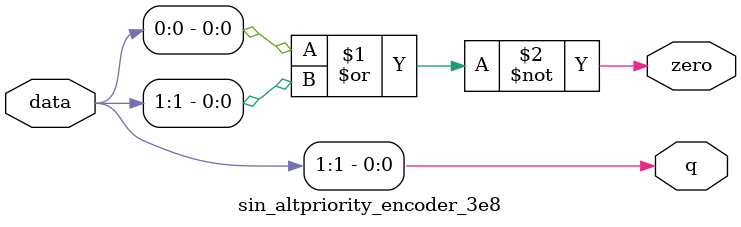
<source format=v>
module  sin_altpriority_encoder_3e8
	( 
	data,
	q,
	zero) ;
	input   [1:0]  data;
	output   [0:0]  q;
	output   zero;
	assign
		q = {data[1]},
		zero = (~ (data[0] | data[1]));
endmodule
</source>
